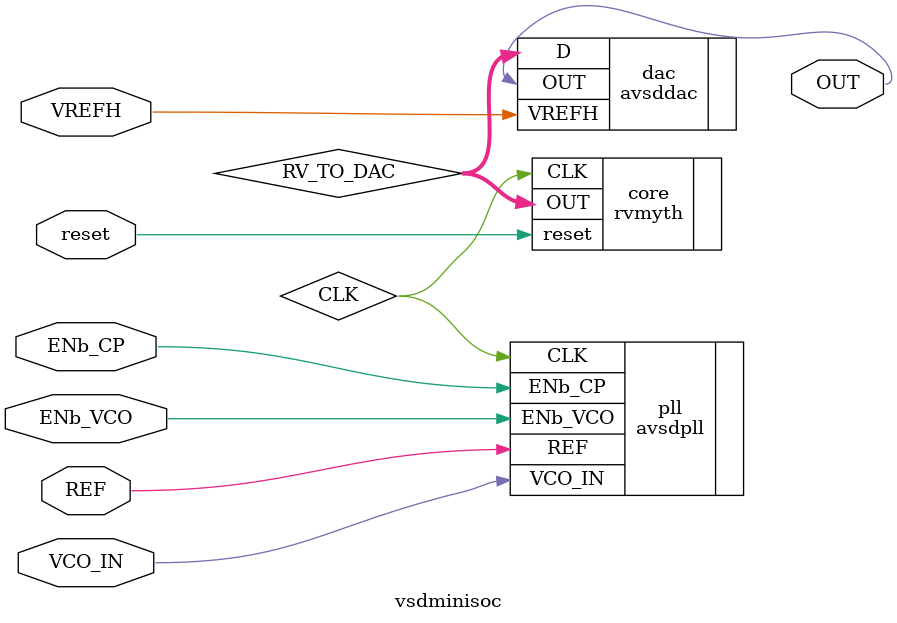
<source format=v>
module vsdminisoc (
   output wire OUT,
   input  wire reset,
   input  wire VCO_IN,
   input  wire ENb_CP,
   input  wire ENb_VCO,
   input  wire REF,
   //input  wire VREFL,
   input  wire VREFH
);

   wire CLK;
   wire [9:0] RV_TO_DAC;
   
   rvmyth core (
      .OUT(RV_TO_DAC),
      .CLK(CLK),
      .reset(reset)
   );

   avsdpll pll (
      .CLK(CLK),
      .VCO_IN(VCO_IN),
      .ENb_CP(ENb_CP),
      .ENb_VCO(ENb_VCO),
      .REF(REF)
   );  

   avsddac dac (
      .OUT(OUT),
      .D(RV_TO_DAC),
      // .VREFL(VREFL),
      .VREFH(VREFH)   
   );
    
endmodule

</source>
